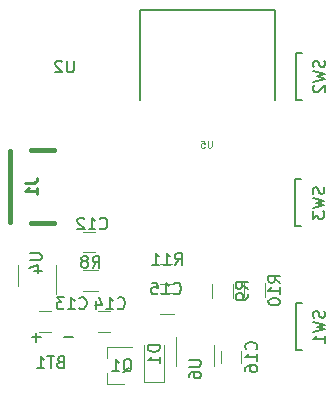
<source format=gbo>
G04 #@! TF.FileFunction,Legend,Bot*
%FSLAX46Y46*%
G04 Gerber Fmt 4.6, Leading zero omitted, Abs format (unit mm)*
G04 Created by KiCad (PCBNEW 4.0.7-e2-6376~58~ubuntu16.04.1) date Fri Jun 15 01:41:50 2018*
%MOMM*%
%LPD*%
G01*
G04 APERTURE LIST*
%ADD10C,0.100000*%
%ADD11C,0.150000*%
%ADD12C,0.120000*%
%ADD13C,0.381000*%
%ADD14C,0.250190*%
%ADD15C,0.251460*%
G04 APERTURE END LIST*
D10*
D11*
X106500000Y-84031000D02*
X106500000Y-91631000D01*
X118000000Y-84031000D02*
X106500000Y-84031000D01*
X118000000Y-91631000D02*
X118000000Y-84031000D01*
D12*
X96190000Y-107400000D02*
X96190000Y-105600000D01*
X99410000Y-105600000D02*
X99410000Y-108050000D01*
D13*
X95548960Y-95947560D02*
X95548960Y-101947040D01*
X97349820Y-95851040D02*
X99249740Y-95851040D01*
X97349820Y-102048640D02*
X99249740Y-102048640D01*
D11*
X119750000Y-112850000D02*
X120250000Y-112850000D01*
X119750000Y-108850000D02*
X119750000Y-112850000D01*
X120250000Y-108850000D02*
X119750000Y-108850000D01*
X119750000Y-91650000D02*
X120250000Y-91650000D01*
X119750000Y-87650000D02*
X119750000Y-91650000D01*
X120250000Y-87650000D02*
X119750000Y-87650000D01*
X119700000Y-102350000D02*
X120200000Y-102350000D01*
X119700000Y-98350000D02*
X119700000Y-102350000D01*
X120200000Y-98350000D02*
X119700000Y-98350000D01*
D12*
X102750000Y-104500000D02*
X101750000Y-104500000D01*
X101750000Y-102800000D02*
X102750000Y-102800000D01*
X99000000Y-111250000D02*
X98000000Y-111250000D01*
X98000000Y-109550000D02*
X99000000Y-109550000D01*
X103000000Y-109550000D02*
X104000000Y-109550000D01*
X104000000Y-111250000D02*
X103000000Y-111250000D01*
X109250000Y-107250000D02*
X108250000Y-107250000D01*
X108250000Y-105550000D02*
X109250000Y-105550000D01*
X115100000Y-112900000D02*
X115100000Y-113900000D01*
X113400000Y-113900000D02*
X113400000Y-112900000D01*
X108600000Y-115550000D02*
X106900000Y-115550000D01*
X106900000Y-115550000D02*
X106900000Y-112400000D01*
X108600000Y-115550000D02*
X108600000Y-112400000D01*
X103740000Y-115680000D02*
X103740000Y-114750000D01*
X103740000Y-112520000D02*
X103740000Y-113450000D01*
X103740000Y-112520000D02*
X105900000Y-112520000D01*
X103740000Y-115680000D02*
X105200000Y-115680000D01*
X102950000Y-106020000D02*
X101750000Y-106020000D01*
X101750000Y-107780000D02*
X102950000Y-107780000D01*
X112620000Y-107200000D02*
X112620000Y-108400000D01*
X114380000Y-108400000D02*
X114380000Y-107200000D01*
X115370000Y-107150000D02*
X115370000Y-108350000D01*
X117130000Y-108350000D02*
X117130000Y-107150000D01*
X109450000Y-108020000D02*
X108250000Y-108020000D01*
X108250000Y-109780000D02*
X109450000Y-109780000D01*
X112810000Y-112350000D02*
X112810000Y-114150000D01*
X109590000Y-114150000D02*
X109590000Y-111700000D01*
D10*
X112615143Y-95074429D02*
X112615143Y-95560143D01*
X112586571Y-95617286D01*
X112558000Y-95645857D01*
X112500857Y-95674429D01*
X112386571Y-95674429D01*
X112329429Y-95645857D01*
X112300857Y-95617286D01*
X112272286Y-95560143D01*
X112272286Y-95074429D01*
X111700858Y-95074429D02*
X111986572Y-95074429D01*
X112015143Y-95360143D01*
X111986572Y-95331571D01*
X111929429Y-95303000D01*
X111786572Y-95303000D01*
X111729429Y-95331571D01*
X111700858Y-95360143D01*
X111672286Y-95417286D01*
X111672286Y-95560143D01*
X111700858Y-95617286D01*
X111729429Y-95645857D01*
X111786572Y-95674429D01*
X111929429Y-95674429D01*
X111986572Y-95645857D01*
X112015143Y-95617286D01*
D11*
X97202381Y-104638095D02*
X98011905Y-104638095D01*
X98107143Y-104685714D01*
X98154762Y-104733333D01*
X98202381Y-104828571D01*
X98202381Y-105019048D01*
X98154762Y-105114286D01*
X98107143Y-105161905D01*
X98011905Y-105209524D01*
X97202381Y-105209524D01*
X97535714Y-106114286D02*
X98202381Y-106114286D01*
X97154762Y-105876190D02*
X97869048Y-105638095D01*
X97869048Y-106257143D01*
D14*
X96832265Y-98634034D02*
X97547093Y-98634034D01*
X97690059Y-98586378D01*
X97785370Y-98491068D01*
X97833025Y-98348102D01*
X97833025Y-98252792D01*
X97833025Y-99634794D02*
X97833025Y-99062931D01*
X97833025Y-99348862D02*
X96832265Y-99348862D01*
X96975230Y-99253552D01*
X97070541Y-99158241D01*
X97118196Y-99062931D01*
D15*
D11*
X100920905Y-88304381D02*
X100920905Y-89113905D01*
X100873286Y-89209143D01*
X100825667Y-89256762D01*
X100730429Y-89304381D01*
X100539952Y-89304381D01*
X100444714Y-89256762D01*
X100397095Y-89209143D01*
X100349476Y-89113905D01*
X100349476Y-88304381D01*
X99920905Y-88399619D02*
X99873286Y-88352000D01*
X99778048Y-88304381D01*
X99539952Y-88304381D01*
X99444714Y-88352000D01*
X99397095Y-88399619D01*
X99349476Y-88494857D01*
X99349476Y-88590095D01*
X99397095Y-88732952D01*
X99968524Y-89304381D01*
X99349476Y-89304381D01*
X122154762Y-109516667D02*
X122202381Y-109659524D01*
X122202381Y-109897620D01*
X122154762Y-109992858D01*
X122107143Y-110040477D01*
X122011905Y-110088096D01*
X121916667Y-110088096D01*
X121821429Y-110040477D01*
X121773810Y-109992858D01*
X121726190Y-109897620D01*
X121678571Y-109707143D01*
X121630952Y-109611905D01*
X121583333Y-109564286D01*
X121488095Y-109516667D01*
X121392857Y-109516667D01*
X121297619Y-109564286D01*
X121250000Y-109611905D01*
X121202381Y-109707143D01*
X121202381Y-109945239D01*
X121250000Y-110088096D01*
X121202381Y-110421429D02*
X122202381Y-110659524D01*
X121488095Y-110850001D01*
X122202381Y-111040477D01*
X121202381Y-111278572D01*
X122202381Y-112183334D02*
X122202381Y-111611905D01*
X122202381Y-111897619D02*
X121202381Y-111897619D01*
X121345238Y-111802381D01*
X121440476Y-111707143D01*
X121488095Y-111611905D01*
X122154762Y-88316667D02*
X122202381Y-88459524D01*
X122202381Y-88697620D01*
X122154762Y-88792858D01*
X122107143Y-88840477D01*
X122011905Y-88888096D01*
X121916667Y-88888096D01*
X121821429Y-88840477D01*
X121773810Y-88792858D01*
X121726190Y-88697620D01*
X121678571Y-88507143D01*
X121630952Y-88411905D01*
X121583333Y-88364286D01*
X121488095Y-88316667D01*
X121392857Y-88316667D01*
X121297619Y-88364286D01*
X121250000Y-88411905D01*
X121202381Y-88507143D01*
X121202381Y-88745239D01*
X121250000Y-88888096D01*
X121202381Y-89221429D02*
X122202381Y-89459524D01*
X121488095Y-89650001D01*
X122202381Y-89840477D01*
X121202381Y-90078572D01*
X121297619Y-90411905D02*
X121250000Y-90459524D01*
X121202381Y-90554762D01*
X121202381Y-90792858D01*
X121250000Y-90888096D01*
X121297619Y-90935715D01*
X121392857Y-90983334D01*
X121488095Y-90983334D01*
X121630952Y-90935715D01*
X122202381Y-90364286D01*
X122202381Y-90983334D01*
X122104762Y-99016667D02*
X122152381Y-99159524D01*
X122152381Y-99397620D01*
X122104762Y-99492858D01*
X122057143Y-99540477D01*
X121961905Y-99588096D01*
X121866667Y-99588096D01*
X121771429Y-99540477D01*
X121723810Y-99492858D01*
X121676190Y-99397620D01*
X121628571Y-99207143D01*
X121580952Y-99111905D01*
X121533333Y-99064286D01*
X121438095Y-99016667D01*
X121342857Y-99016667D01*
X121247619Y-99064286D01*
X121200000Y-99111905D01*
X121152381Y-99207143D01*
X121152381Y-99445239D01*
X121200000Y-99588096D01*
X121152381Y-99921429D02*
X122152381Y-100159524D01*
X121438095Y-100350001D01*
X122152381Y-100540477D01*
X121152381Y-100778572D01*
X121152381Y-101064286D02*
X121152381Y-101683334D01*
X121533333Y-101350000D01*
X121533333Y-101492858D01*
X121580952Y-101588096D01*
X121628571Y-101635715D01*
X121723810Y-101683334D01*
X121961905Y-101683334D01*
X122057143Y-101635715D01*
X122104762Y-101588096D01*
X122152381Y-101492858D01*
X122152381Y-101207143D01*
X122104762Y-101111905D01*
X122057143Y-101064286D01*
X103142857Y-102507143D02*
X103190476Y-102554762D01*
X103333333Y-102602381D01*
X103428571Y-102602381D01*
X103571429Y-102554762D01*
X103666667Y-102459524D01*
X103714286Y-102364286D01*
X103761905Y-102173810D01*
X103761905Y-102030952D01*
X103714286Y-101840476D01*
X103666667Y-101745238D01*
X103571429Y-101650000D01*
X103428571Y-101602381D01*
X103333333Y-101602381D01*
X103190476Y-101650000D01*
X103142857Y-101697619D01*
X102190476Y-102602381D02*
X102761905Y-102602381D01*
X102476191Y-102602381D02*
X102476191Y-101602381D01*
X102571429Y-101745238D01*
X102666667Y-101840476D01*
X102761905Y-101888095D01*
X101809524Y-101697619D02*
X101761905Y-101650000D01*
X101666667Y-101602381D01*
X101428571Y-101602381D01*
X101333333Y-101650000D01*
X101285714Y-101697619D01*
X101238095Y-101792857D01*
X101238095Y-101888095D01*
X101285714Y-102030952D01*
X101857143Y-102602381D01*
X101238095Y-102602381D01*
X101392857Y-109257143D02*
X101440476Y-109304762D01*
X101583333Y-109352381D01*
X101678571Y-109352381D01*
X101821429Y-109304762D01*
X101916667Y-109209524D01*
X101964286Y-109114286D01*
X102011905Y-108923810D01*
X102011905Y-108780952D01*
X101964286Y-108590476D01*
X101916667Y-108495238D01*
X101821429Y-108400000D01*
X101678571Y-108352381D01*
X101583333Y-108352381D01*
X101440476Y-108400000D01*
X101392857Y-108447619D01*
X100440476Y-109352381D02*
X101011905Y-109352381D01*
X100726191Y-109352381D02*
X100726191Y-108352381D01*
X100821429Y-108495238D01*
X100916667Y-108590476D01*
X101011905Y-108638095D01*
X100107143Y-108352381D02*
X99488095Y-108352381D01*
X99821429Y-108733333D01*
X99678571Y-108733333D01*
X99583333Y-108780952D01*
X99535714Y-108828571D01*
X99488095Y-108923810D01*
X99488095Y-109161905D01*
X99535714Y-109257143D01*
X99583333Y-109304762D01*
X99678571Y-109352381D01*
X99964286Y-109352381D01*
X100059524Y-109304762D01*
X100107143Y-109257143D01*
X104642857Y-109257143D02*
X104690476Y-109304762D01*
X104833333Y-109352381D01*
X104928571Y-109352381D01*
X105071429Y-109304762D01*
X105166667Y-109209524D01*
X105214286Y-109114286D01*
X105261905Y-108923810D01*
X105261905Y-108780952D01*
X105214286Y-108590476D01*
X105166667Y-108495238D01*
X105071429Y-108400000D01*
X104928571Y-108352381D01*
X104833333Y-108352381D01*
X104690476Y-108400000D01*
X104642857Y-108447619D01*
X103690476Y-109352381D02*
X104261905Y-109352381D01*
X103976191Y-109352381D02*
X103976191Y-108352381D01*
X104071429Y-108495238D01*
X104166667Y-108590476D01*
X104261905Y-108638095D01*
X102833333Y-108685714D02*
X102833333Y-109352381D01*
X103071429Y-108304762D02*
X103309524Y-109019048D01*
X102690476Y-109019048D01*
X109392857Y-108007143D02*
X109440476Y-108054762D01*
X109583333Y-108102381D01*
X109678571Y-108102381D01*
X109821429Y-108054762D01*
X109916667Y-107959524D01*
X109964286Y-107864286D01*
X110011905Y-107673810D01*
X110011905Y-107530952D01*
X109964286Y-107340476D01*
X109916667Y-107245238D01*
X109821429Y-107150000D01*
X109678571Y-107102381D01*
X109583333Y-107102381D01*
X109440476Y-107150000D01*
X109392857Y-107197619D01*
X108440476Y-108102381D02*
X109011905Y-108102381D01*
X108726191Y-108102381D02*
X108726191Y-107102381D01*
X108821429Y-107245238D01*
X108916667Y-107340476D01*
X109011905Y-107388095D01*
X107535714Y-107102381D02*
X108011905Y-107102381D01*
X108059524Y-107578571D01*
X108011905Y-107530952D01*
X107916667Y-107483333D01*
X107678571Y-107483333D01*
X107583333Y-107530952D01*
X107535714Y-107578571D01*
X107488095Y-107673810D01*
X107488095Y-107911905D01*
X107535714Y-108007143D01*
X107583333Y-108054762D01*
X107678571Y-108102381D01*
X107916667Y-108102381D01*
X108011905Y-108054762D01*
X108059524Y-108007143D01*
X116357143Y-112757143D02*
X116404762Y-112709524D01*
X116452381Y-112566667D01*
X116452381Y-112471429D01*
X116404762Y-112328571D01*
X116309524Y-112233333D01*
X116214286Y-112185714D01*
X116023810Y-112138095D01*
X115880952Y-112138095D01*
X115690476Y-112185714D01*
X115595238Y-112233333D01*
X115500000Y-112328571D01*
X115452381Y-112471429D01*
X115452381Y-112566667D01*
X115500000Y-112709524D01*
X115547619Y-112757143D01*
X116452381Y-113709524D02*
X116452381Y-113138095D01*
X116452381Y-113423809D02*
X115452381Y-113423809D01*
X115595238Y-113328571D01*
X115690476Y-113233333D01*
X115738095Y-113138095D01*
X115452381Y-114566667D02*
X115452381Y-114376190D01*
X115500000Y-114280952D01*
X115547619Y-114233333D01*
X115690476Y-114138095D01*
X115880952Y-114090476D01*
X116261905Y-114090476D01*
X116357143Y-114138095D01*
X116404762Y-114185714D01*
X116452381Y-114280952D01*
X116452381Y-114471429D01*
X116404762Y-114566667D01*
X116357143Y-114614286D01*
X116261905Y-114661905D01*
X116023810Y-114661905D01*
X115928571Y-114614286D01*
X115880952Y-114566667D01*
X115833333Y-114471429D01*
X115833333Y-114280952D01*
X115880952Y-114185714D01*
X115928571Y-114138095D01*
X116023810Y-114090476D01*
X108202381Y-112411905D02*
X107202381Y-112411905D01*
X107202381Y-112650000D01*
X107250000Y-112792858D01*
X107345238Y-112888096D01*
X107440476Y-112935715D01*
X107630952Y-112983334D01*
X107773810Y-112983334D01*
X107964286Y-112935715D01*
X108059524Y-112888096D01*
X108154762Y-112792858D01*
X108202381Y-112650000D01*
X108202381Y-112411905D01*
X108202381Y-113935715D02*
X108202381Y-113364286D01*
X108202381Y-113650000D02*
X107202381Y-113650000D01*
X107345238Y-113554762D01*
X107440476Y-113459524D01*
X107488095Y-113364286D01*
X105095238Y-114697619D02*
X105190476Y-114650000D01*
X105285714Y-114554762D01*
X105428571Y-114411905D01*
X105523810Y-114364286D01*
X105619048Y-114364286D01*
X105571429Y-114602381D02*
X105666667Y-114554762D01*
X105761905Y-114459524D01*
X105809524Y-114269048D01*
X105809524Y-113935714D01*
X105761905Y-113745238D01*
X105666667Y-113650000D01*
X105571429Y-113602381D01*
X105380952Y-113602381D01*
X105285714Y-113650000D01*
X105190476Y-113745238D01*
X105142857Y-113935714D01*
X105142857Y-114269048D01*
X105190476Y-114459524D01*
X105285714Y-114554762D01*
X105380952Y-114602381D01*
X105571429Y-114602381D01*
X104190476Y-114602381D02*
X104761905Y-114602381D01*
X104476191Y-114602381D02*
X104476191Y-113602381D01*
X104571429Y-113745238D01*
X104666667Y-113840476D01*
X104761905Y-113888095D01*
X102516666Y-105852381D02*
X102850000Y-105376190D01*
X103088095Y-105852381D02*
X103088095Y-104852381D01*
X102707142Y-104852381D01*
X102611904Y-104900000D01*
X102564285Y-104947619D01*
X102516666Y-105042857D01*
X102516666Y-105185714D01*
X102564285Y-105280952D01*
X102611904Y-105328571D01*
X102707142Y-105376190D01*
X103088095Y-105376190D01*
X101945238Y-105280952D02*
X102040476Y-105233333D01*
X102088095Y-105185714D01*
X102135714Y-105090476D01*
X102135714Y-105042857D01*
X102088095Y-104947619D01*
X102040476Y-104900000D01*
X101945238Y-104852381D01*
X101754761Y-104852381D01*
X101659523Y-104900000D01*
X101611904Y-104947619D01*
X101564285Y-105042857D01*
X101564285Y-105090476D01*
X101611904Y-105185714D01*
X101659523Y-105233333D01*
X101754761Y-105280952D01*
X101945238Y-105280952D01*
X102040476Y-105328571D01*
X102088095Y-105376190D01*
X102135714Y-105471429D01*
X102135714Y-105661905D01*
X102088095Y-105757143D01*
X102040476Y-105804762D01*
X101945238Y-105852381D01*
X101754761Y-105852381D01*
X101659523Y-105804762D01*
X101611904Y-105757143D01*
X101564285Y-105661905D01*
X101564285Y-105471429D01*
X101611904Y-105376190D01*
X101659523Y-105328571D01*
X101754761Y-105280952D01*
X115652381Y-107633334D02*
X115176190Y-107300000D01*
X115652381Y-107061905D02*
X114652381Y-107061905D01*
X114652381Y-107442858D01*
X114700000Y-107538096D01*
X114747619Y-107585715D01*
X114842857Y-107633334D01*
X114985714Y-107633334D01*
X115080952Y-107585715D01*
X115128571Y-107538096D01*
X115176190Y-107442858D01*
X115176190Y-107061905D01*
X115652381Y-108109524D02*
X115652381Y-108300000D01*
X115604762Y-108395239D01*
X115557143Y-108442858D01*
X115414286Y-108538096D01*
X115223810Y-108585715D01*
X114842857Y-108585715D01*
X114747619Y-108538096D01*
X114700000Y-108490477D01*
X114652381Y-108395239D01*
X114652381Y-108204762D01*
X114700000Y-108109524D01*
X114747619Y-108061905D01*
X114842857Y-108014286D01*
X115080952Y-108014286D01*
X115176190Y-108061905D01*
X115223810Y-108109524D01*
X115271429Y-108204762D01*
X115271429Y-108395239D01*
X115223810Y-108490477D01*
X115176190Y-108538096D01*
X115080952Y-108585715D01*
X118402381Y-107107143D02*
X117926190Y-106773809D01*
X118402381Y-106535714D02*
X117402381Y-106535714D01*
X117402381Y-106916667D01*
X117450000Y-107011905D01*
X117497619Y-107059524D01*
X117592857Y-107107143D01*
X117735714Y-107107143D01*
X117830952Y-107059524D01*
X117878571Y-107011905D01*
X117926190Y-106916667D01*
X117926190Y-106535714D01*
X118402381Y-108059524D02*
X118402381Y-107488095D01*
X118402381Y-107773809D02*
X117402381Y-107773809D01*
X117545238Y-107678571D01*
X117640476Y-107583333D01*
X117688095Y-107488095D01*
X117402381Y-108678571D02*
X117402381Y-108773810D01*
X117450000Y-108869048D01*
X117497619Y-108916667D01*
X117592857Y-108964286D01*
X117783333Y-109011905D01*
X118021429Y-109011905D01*
X118211905Y-108964286D01*
X118307143Y-108916667D01*
X118354762Y-108869048D01*
X118402381Y-108773810D01*
X118402381Y-108678571D01*
X118354762Y-108583333D01*
X118307143Y-108535714D01*
X118211905Y-108488095D01*
X118021429Y-108440476D01*
X117783333Y-108440476D01*
X117592857Y-108488095D01*
X117497619Y-108535714D01*
X117450000Y-108583333D01*
X117402381Y-108678571D01*
X109492857Y-105602381D02*
X109826191Y-105126190D01*
X110064286Y-105602381D02*
X110064286Y-104602381D01*
X109683333Y-104602381D01*
X109588095Y-104650000D01*
X109540476Y-104697619D01*
X109492857Y-104792857D01*
X109492857Y-104935714D01*
X109540476Y-105030952D01*
X109588095Y-105078571D01*
X109683333Y-105126190D01*
X110064286Y-105126190D01*
X108540476Y-105602381D02*
X109111905Y-105602381D01*
X108826191Y-105602381D02*
X108826191Y-104602381D01*
X108921429Y-104745238D01*
X109016667Y-104840476D01*
X109111905Y-104888095D01*
X107588095Y-105602381D02*
X108159524Y-105602381D01*
X107873810Y-105602381D02*
X107873810Y-104602381D01*
X107969048Y-104745238D01*
X108064286Y-104840476D01*
X108159524Y-104888095D01*
X110702381Y-113638095D02*
X111511905Y-113638095D01*
X111607143Y-113685714D01*
X111654762Y-113733333D01*
X111702381Y-113828571D01*
X111702381Y-114019048D01*
X111654762Y-114114286D01*
X111607143Y-114161905D01*
X111511905Y-114209524D01*
X110702381Y-114209524D01*
X110702381Y-115114286D02*
X110702381Y-114923809D01*
X110750000Y-114828571D01*
X110797619Y-114780952D01*
X110940476Y-114685714D01*
X111130952Y-114638095D01*
X111511905Y-114638095D01*
X111607143Y-114685714D01*
X111654762Y-114733333D01*
X111702381Y-114828571D01*
X111702381Y-115019048D01*
X111654762Y-115114286D01*
X111607143Y-115161905D01*
X111511905Y-115209524D01*
X111273810Y-115209524D01*
X111178571Y-115161905D01*
X111130952Y-115114286D01*
X111083333Y-115019048D01*
X111083333Y-114828571D01*
X111130952Y-114733333D01*
X111178571Y-114685714D01*
X111273810Y-114638095D01*
X99785714Y-113828571D02*
X99642857Y-113876190D01*
X99595238Y-113923810D01*
X99547619Y-114019048D01*
X99547619Y-114161905D01*
X99595238Y-114257143D01*
X99642857Y-114304762D01*
X99738095Y-114352381D01*
X100119048Y-114352381D01*
X100119048Y-113352381D01*
X99785714Y-113352381D01*
X99690476Y-113400000D01*
X99642857Y-113447619D01*
X99595238Y-113542857D01*
X99595238Y-113638095D01*
X99642857Y-113733333D01*
X99690476Y-113780952D01*
X99785714Y-113828571D01*
X100119048Y-113828571D01*
X99261905Y-113352381D02*
X98690476Y-113352381D01*
X98976191Y-114352381D02*
X98976191Y-113352381D01*
X97833333Y-114352381D02*
X98404762Y-114352381D01*
X98119048Y-114352381D02*
X98119048Y-113352381D01*
X98214286Y-113495238D01*
X98309524Y-113590476D01*
X98404762Y-113638095D01*
X100880952Y-111721429D02*
X100119047Y-111721429D01*
X98130952Y-111721429D02*
X97369047Y-111721429D01*
X97749999Y-112102381D02*
X97749999Y-111340476D01*
M02*

</source>
